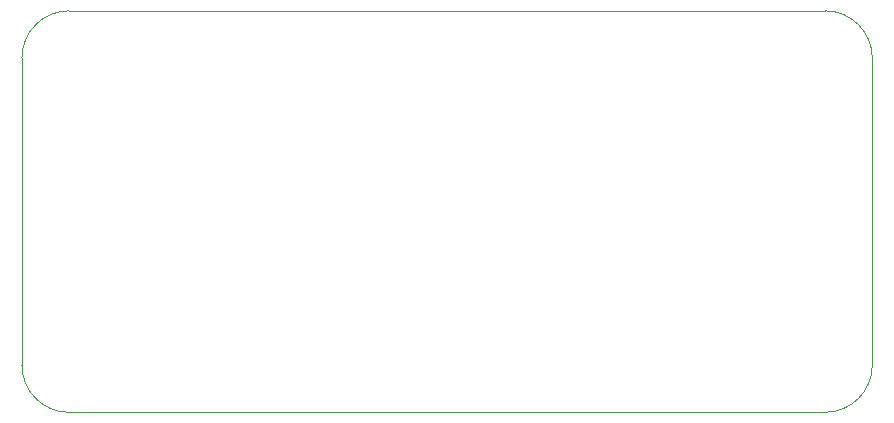
<source format=gbr>
%TF.GenerationSoftware,KiCad,Pcbnew,(6.0.0-0)*%
%TF.CreationDate,2022-11-12T17:46:13+01:00*%
%TF.ProjectId,phono_vorverstaerker,70686f6e-6f5f-4766-9f72-766572737461,rev?*%
%TF.SameCoordinates,Original*%
%TF.FileFunction,Profile,NP*%
%FSLAX46Y46*%
G04 Gerber Fmt 4.6, Leading zero omitted, Abs format (unit mm)*
G04 Created by KiCad (PCBNEW (6.0.0-0)) date 2022-11-12 17:46:13*
%MOMM*%
%LPD*%
G01*
G04 APERTURE LIST*
%TA.AperFunction,Profile*%
%ADD10C,0.100000*%
%TD*%
G04 APERTURE END LIST*
D10*
X16200000Y-198300000D02*
X80200000Y-198300000D01*
X16200000Y-164300000D02*
G75*
G03*
X12200000Y-168300000I0J-4000000D01*
G01*
X84200000Y-168300000D02*
G75*
G03*
X80200000Y-164300000I-4000000J0D01*
G01*
X80200000Y-198300000D02*
G75*
G03*
X84200000Y-194300000I0J4000000D01*
G01*
X12200000Y-194300000D02*
X12200000Y-168300000D01*
X12200000Y-194300000D02*
G75*
G03*
X16200000Y-198300000I4000000J0D01*
G01*
X84200000Y-194300000D02*
X84200000Y-168300000D01*
X16200000Y-164300000D02*
X80200000Y-164300000D01*
M02*

</source>
